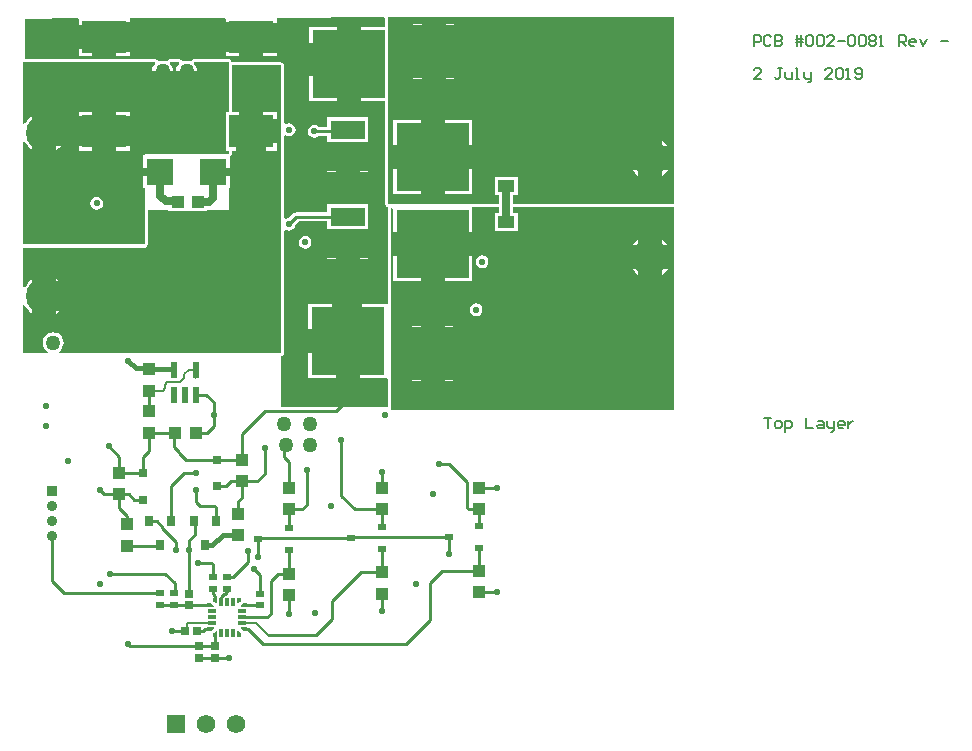
<source format=gtl>
G04*
G04 #@! TF.GenerationSoftware,Altium Limited,Altium Designer,19.0.10 (269)*
G04*
G04 Layer_Physical_Order=1*
G04 Layer_Color=255*
%FSLAX23Y23*%
%MOIN*%
G70*
G01*
G75*
%ADD14C,0.007*%
%ADD16C,0.008*%
%ADD18R,0.031X0.031*%
%ADD19R,0.055X0.041*%
%ADD20R,0.031X0.035*%
%ADD21R,0.091X0.091*%
%ADD22R,0.043X0.039*%
%ADD23R,0.150X0.110*%
%ADD24R,0.118X0.063*%
%ADD25R,0.244X0.228*%
%ADD26R,0.043X0.043*%
%ADD27R,0.026X0.022*%
%ADD28R,0.028X0.024*%
%ADD29R,0.043X0.043*%
%ADD30R,0.028X0.028*%
%ADD31R,0.028X0.028*%
%ADD32R,0.012X0.012*%
%ADD33R,0.028X0.012*%
%ADD34R,0.012X0.012*%
%ADD35R,0.012X0.028*%
%ADD36R,0.022X0.057*%
%ADD37R,0.022X0.057*%
%ADD63C,0.010*%
%ADD64C,0.100*%
%ADD65C,0.015*%
%ADD66C,0.025*%
%ADD67C,0.050*%
%ADD68C,0.120*%
%ADD69C,0.062*%
%ADD70R,0.062X0.062*%
%ADD71R,0.035X0.035*%
%ADD72C,0.035*%
%ADD73C,0.022*%
%ADD74C,0.050*%
G36*
X1197Y2511D02*
Y2484D01*
X1115D01*
Y2360D01*
Y2236D01*
X1197D01*
Y1891D01*
X1198Y1888D01*
X1200Y1884D01*
X1203Y1882D01*
X1205Y1882D01*
X1205Y1882D01*
X1205Y1880D01*
X1205Y1879D01*
Y1564D01*
X1204Y1559D01*
X1200Y1559D01*
X1112D01*
Y1435D01*
Y1311D01*
X1200D01*
X1204Y1311D01*
X1205Y1306D01*
Y1216D01*
X850D01*
Y1385D01*
X854Y1386D01*
X857Y1388D01*
X859Y1391D01*
X860Y1395D01*
Y1804D01*
X865Y1807D01*
X868Y1805D01*
X876Y1804D01*
X884Y1805D01*
X891Y1810D01*
X896Y1817D01*
X898Y1825D01*
X908Y1835D01*
X1003D01*
Y1809D01*
X1141D01*
Y1891D01*
X1003D01*
Y1865D01*
X901D01*
X895Y1864D01*
X890Y1861D01*
X876Y1846D01*
X868Y1845D01*
X865Y1843D01*
X860Y1846D01*
Y2119D01*
X865Y2122D01*
X868Y2120D01*
X876Y2119D01*
X884Y2120D01*
X891Y2125D01*
X896Y2132D01*
X898Y2140D01*
X896Y2148D01*
X891Y2155D01*
X884Y2160D01*
X876Y2161D01*
X868Y2160D01*
X865Y2158D01*
X860Y2161D01*
Y2355D01*
X859Y2359D01*
X857Y2362D01*
X854Y2364D01*
X850Y2365D01*
Y2366D01*
X685D01*
X684Y2369D01*
X682Y2373D01*
X679Y2375D01*
X675Y2376D01*
X560D01*
X560Y2376D01*
X560Y2376D01*
X558Y2375D01*
X557Y2375D01*
X556Y2375D01*
X556Y2375D01*
X555Y2374D01*
X553Y2373D01*
X553Y2373D01*
X553Y2372D01*
X552Y2371D01*
X551Y2369D01*
X546Y2368D01*
X544Y2369D01*
X535Y2370D01*
X526Y2369D01*
X524Y2368D01*
X519Y2369D01*
X518Y2371D01*
X517Y2372D01*
X517Y2373D01*
X517Y2373D01*
X515Y2374D01*
X514Y2375D01*
X514Y2375D01*
X513Y2375D01*
X512Y2375D01*
X510Y2376D01*
X510Y2376D01*
X510Y2376D01*
X480D01*
X480Y2376D01*
X480Y2376D01*
X478Y2375D01*
X477Y2375D01*
X476Y2375D01*
X476Y2375D01*
X475Y2374D01*
X473Y2373D01*
X473Y2373D01*
X473Y2372D01*
X472Y2371D01*
X471Y2369D01*
X466Y2368D01*
X464Y2369D01*
X455Y2370D01*
X446Y2369D01*
X444Y2368D01*
X439Y2369D01*
X438Y2371D01*
X437Y2372D01*
X437Y2373D01*
X437Y2373D01*
X435Y2374D01*
X434Y2375D01*
X434Y2375D01*
X433Y2375D01*
X432Y2375D01*
X430Y2376D01*
X430Y2376D01*
X430Y2376D01*
X-5D01*
Y2510D01*
X172Y2511D01*
X175Y2507D01*
Y2490D01*
X260D01*
X345D01*
Y2511D01*
X662Y2513D01*
X665Y2509D01*
Y2490D01*
X750D01*
X835D01*
Y2513D01*
X1193Y2515D01*
X1197Y2511D01*
D02*
G37*
G36*
X675Y2200D02*
X665D01*
Y2070D01*
X675D01*
Y2060D01*
X395D01*
Y2055D01*
X391D01*
Y1945D01*
X395D01*
Y1758D01*
X-10D01*
Y2100D01*
X-9Y2100D01*
X-3Y2099D01*
X2Y2091D01*
X10Y2080D01*
X20Y2072D01*
Y2130D01*
Y2188D01*
X10Y2180D01*
X2Y2169D01*
X-3Y2161D01*
X-9Y2160D01*
X-10Y2160D01*
Y2366D01*
X430D01*
X431Y2361D01*
X430Y2360D01*
X424Y2353D01*
X421Y2344D01*
X420Y2335D01*
X490D01*
X489Y2344D01*
X486Y2353D01*
X480Y2360D01*
X479Y2361D01*
X480Y2366D01*
X510D01*
X511Y2361D01*
X510Y2360D01*
X504Y2353D01*
X501Y2344D01*
X500Y2335D01*
X570D01*
X569Y2344D01*
X566Y2353D01*
X560Y2360D01*
X559Y2361D01*
X560Y2366D01*
X675D01*
Y2200D01*
D02*
G37*
G36*
X2160Y1891D02*
X1623D01*
Y1922D01*
X1638D01*
Y1983D01*
X1562D01*
Y1922D01*
X1577D01*
Y1891D01*
X1207D01*
Y2236D01*
Y2484D01*
Y2515D01*
X2160D01*
Y1891D01*
D02*
G37*
G36*
X850Y1395D02*
X110Y1395D01*
X109Y1397D01*
X108Y1400D01*
X115Y1405D01*
X121Y1412D01*
X124Y1421D01*
X125Y1430D01*
X124Y1439D01*
X121Y1448D01*
X115Y1455D01*
X108Y1461D01*
X99Y1464D01*
X90Y1465D01*
X81Y1464D01*
X72Y1461D01*
X65Y1455D01*
X59Y1448D01*
X56Y1439D01*
X55Y1430D01*
X56Y1421D01*
X59Y1412D01*
X65Y1405D01*
X72Y1400D01*
X71Y1397D01*
X70Y1395D01*
X-10D01*
Y1555D01*
X-9Y1555D01*
X-3Y1554D01*
X2Y1546D01*
X10Y1535D01*
X20Y1527D01*
Y1585D01*
Y1643D01*
X10Y1635D01*
X2Y1624D01*
X-3Y1616D01*
X-9Y1615D01*
X-10Y1615D01*
Y1747D01*
X395D01*
X399Y1748D01*
X402Y1750D01*
X404Y1754D01*
X405Y1758D01*
Y1874D01*
X473D01*
Y1870D01*
X537D01*
Y1870D01*
X540D01*
Y1870D01*
X604D01*
Y1874D01*
X675D01*
Y1945D01*
X679D01*
Y2051D01*
X682Y2053D01*
X684Y2056D01*
X685Y2060D01*
Y2070D01*
X710D01*
Y2135D01*
Y2200D01*
X685D01*
Y2355D01*
X850D01*
Y1395D01*
D02*
G37*
G36*
X2160Y1205D02*
X1215D01*
Y1879D01*
X1219Y1880D01*
X1223Y1876D01*
Y1800D01*
X1355D01*
X1487D01*
Y1881D01*
X1577D01*
Y1863D01*
X1562D01*
Y1802D01*
X1638D01*
Y1863D01*
X1623D01*
Y1881D01*
X2160D01*
Y1205D01*
D02*
G37*
G36*
X707Y561D02*
X703D01*
Y568D01*
X715D01*
X707Y561D01*
D02*
G37*
G36*
X637D02*
X633D01*
X625Y568D01*
X637D01*
Y561D01*
D02*
G37*
G36*
X723Y549D02*
X715D01*
Y553D01*
X723Y561D01*
Y549D01*
D02*
G37*
G36*
X625Y553D02*
Y549D01*
X617D01*
Y561D01*
X625Y553D01*
D02*
G37*
G36*
X723Y470D02*
X715Y478D01*
Y482D01*
X723D01*
Y470D01*
D02*
G37*
G36*
X625Y478D02*
X617Y470D01*
Y482D01*
X625D01*
Y478D01*
D02*
G37*
G36*
X715Y462D02*
X703D01*
Y470D01*
X707D01*
X715Y462D01*
D02*
G37*
G36*
X637D02*
X625D01*
X633Y470D01*
X637D01*
Y462D01*
D02*
G37*
%LPC*%
G36*
X1035Y2484D02*
X943D01*
Y2400D01*
X1035D01*
Y2484D01*
D02*
G37*
G36*
X835Y2410D02*
X790D01*
Y2385D01*
X835D01*
Y2410D01*
D02*
G37*
G36*
X710D02*
X665D01*
Y2385D01*
X710D01*
Y2410D01*
D02*
G37*
G36*
X345D02*
X300D01*
Y2385D01*
X345D01*
Y2410D01*
D02*
G37*
G36*
X220D02*
X175D01*
Y2385D01*
X220D01*
Y2410D01*
D02*
G37*
G36*
X1035Y2320D02*
X943D01*
Y2236D01*
X1035D01*
Y2320D01*
D02*
G37*
G36*
X1141Y2181D02*
X1003D01*
Y2150D01*
X975D01*
X968Y2155D01*
X960Y2156D01*
X952Y2155D01*
X945Y2150D01*
X940Y2143D01*
X939Y2135D01*
X940Y2127D01*
X945Y2120D01*
X952Y2115D01*
X960Y2114D01*
X968Y2115D01*
X975Y2120D01*
X1003D01*
Y2099D01*
X1141D01*
Y2181D01*
D02*
G37*
G36*
Y2001D02*
X1112D01*
Y2000D01*
X1141D01*
Y2001D01*
D02*
G37*
G36*
X1032D02*
X1003D01*
Y2000D01*
X1032D01*
Y2001D01*
D02*
G37*
G36*
X1141Y1920D02*
X1112D01*
Y1919D01*
X1141D01*
Y1920D01*
D02*
G37*
G36*
X1032D02*
X1003D01*
Y1919D01*
X1032D01*
Y1920D01*
D02*
G37*
G36*
X930Y1786D02*
X922Y1785D01*
X915Y1780D01*
X910Y1773D01*
X909Y1765D01*
X910Y1757D01*
X915Y1750D01*
X922Y1745D01*
X930Y1744D01*
X938Y1745D01*
X945Y1750D01*
X950Y1757D01*
X951Y1765D01*
X950Y1773D01*
X945Y1780D01*
X938Y1785D01*
X930Y1786D01*
D02*
G37*
G36*
X1141Y1711D02*
X1112D01*
Y1710D01*
X1141D01*
Y1711D01*
D02*
G37*
G36*
X1032D02*
X1003D01*
Y1710D01*
X1032D01*
Y1711D01*
D02*
G37*
G36*
X1141Y1630D02*
X1112D01*
Y1629D01*
X1141D01*
Y1630D01*
D02*
G37*
G36*
X1032D02*
X1003D01*
Y1629D01*
X1032D01*
Y1630D01*
D02*
G37*
G36*
Y1559D02*
X940D01*
Y1475D01*
X1032D01*
Y1559D01*
D02*
G37*
G36*
Y1395D02*
X940D01*
Y1311D01*
X1032D01*
Y1395D01*
D02*
G37*
G36*
X345Y2200D02*
X300D01*
Y2175D01*
X345D01*
Y2200D01*
D02*
G37*
G36*
X220D02*
X175D01*
Y2175D01*
X220D01*
Y2200D01*
D02*
G37*
G36*
X100Y2188D02*
Y2170D01*
X118D01*
X110Y2180D01*
X100Y2188D01*
D02*
G37*
G36*
X118Y2090D02*
X100D01*
Y2072D01*
X110Y2080D01*
X118Y2090D01*
D02*
G37*
G36*
X345Y2095D02*
X300D01*
Y2070D01*
X345D01*
Y2095D01*
D02*
G37*
G36*
X220D02*
X175D01*
Y2070D01*
X220D01*
Y2095D01*
D02*
G37*
G36*
X235Y1916D02*
X227Y1915D01*
X220Y1910D01*
X215Y1903D01*
X214Y1895D01*
X215Y1887D01*
X220Y1880D01*
X227Y1875D01*
X235Y1874D01*
X243Y1875D01*
X250Y1880D01*
X255Y1887D01*
X256Y1895D01*
X255Y1903D01*
X250Y1910D01*
X243Y1915D01*
X235Y1916D01*
D02*
G37*
G36*
X1427Y2491D02*
X1398D01*
Y2490D01*
X1427D01*
Y2491D01*
D02*
G37*
G36*
X1318D02*
X1289D01*
Y2490D01*
X1318D01*
Y2491D01*
D02*
G37*
G36*
X1427Y2410D02*
X1398D01*
Y2409D01*
X1427D01*
Y2410D01*
D02*
G37*
G36*
X1318D02*
X1289D01*
Y2409D01*
X1318D01*
Y2410D01*
D02*
G37*
G36*
X1427Y2311D02*
X1398D01*
Y2310D01*
X1427D01*
Y2311D01*
D02*
G37*
G36*
X1318D02*
X1289D01*
Y2310D01*
X1318D01*
Y2311D01*
D02*
G37*
G36*
X1427Y2230D02*
X1398D01*
Y2229D01*
X1427D01*
Y2230D01*
D02*
G37*
G36*
X1318D02*
X1289D01*
Y2229D01*
X1318D01*
Y2230D01*
D02*
G37*
G36*
X1487Y2174D02*
X1395D01*
Y2090D01*
X1487D01*
Y2174D01*
D02*
G37*
G36*
X1315D02*
X1223D01*
Y2090D01*
X1315D01*
Y2174D01*
D02*
G37*
G36*
X2120Y2103D02*
Y2085D01*
X2138D01*
X2130Y2095D01*
X2120Y2103D01*
D02*
G37*
G36*
X2040D02*
X2030Y2095D01*
X2022Y2085D01*
X2040D01*
Y2103D01*
D02*
G37*
G36*
X2138Y2005D02*
X2120D01*
Y1987D01*
X2130Y1995D01*
X2138Y2005D01*
D02*
G37*
G36*
X2040D02*
X2022D01*
X2030Y1995D01*
X2040Y1987D01*
Y2005D01*
D02*
G37*
G36*
X1487Y2010D02*
X1395D01*
Y1926D01*
X1487D01*
Y2010D01*
D02*
G37*
G36*
X1315D02*
X1223D01*
Y1926D01*
X1315D01*
Y2010D01*
D02*
G37*
G36*
X835Y2200D02*
X790D01*
Y2175D01*
X835D01*
Y2200D01*
D02*
G37*
G36*
Y2095D02*
X790D01*
Y2070D01*
X835D01*
Y2095D01*
D02*
G37*
G36*
X100Y1643D02*
Y1625D01*
X118D01*
X110Y1635D01*
X100Y1643D01*
D02*
G37*
G36*
X118Y1545D02*
X100D01*
Y1527D01*
X110Y1535D01*
X118Y1545D01*
D02*
G37*
G36*
X2120Y1773D02*
Y1755D01*
X2138D01*
X2130Y1765D01*
X2120Y1773D01*
D02*
G37*
G36*
X2040D02*
X2030Y1765D01*
X2022Y1755D01*
X2040D01*
Y1773D01*
D02*
G37*
G36*
X1520Y1721D02*
X1512Y1720D01*
X1505Y1715D01*
X1500Y1708D01*
X1499Y1700D01*
X1500Y1692D01*
X1505Y1685D01*
X1512Y1680D01*
X1520Y1679D01*
X1528Y1680D01*
X1535Y1685D01*
X1540Y1692D01*
X1541Y1700D01*
X1540Y1708D01*
X1535Y1715D01*
X1528Y1720D01*
X1520Y1721D01*
D02*
G37*
G36*
X2138Y1675D02*
X2120D01*
Y1657D01*
X2130Y1665D01*
X2138Y1675D01*
D02*
G37*
G36*
X2040D02*
X2022D01*
X2030Y1665D01*
X2040Y1657D01*
Y1675D01*
D02*
G37*
G36*
X1487Y1720D02*
X1395D01*
Y1636D01*
X1487D01*
Y1720D01*
D02*
G37*
G36*
X1315D02*
X1223D01*
Y1636D01*
X1315D01*
Y1720D01*
D02*
G37*
G36*
X1424Y1566D02*
X1395D01*
Y1565D01*
X1424D01*
Y1566D01*
D02*
G37*
G36*
X1315D02*
X1286D01*
Y1565D01*
X1315D01*
Y1566D01*
D02*
G37*
G36*
X1500Y1561D02*
X1492Y1560D01*
X1485Y1555D01*
X1480Y1548D01*
X1479Y1540D01*
X1480Y1532D01*
X1485Y1525D01*
X1492Y1520D01*
X1500Y1519D01*
X1508Y1520D01*
X1515Y1525D01*
X1520Y1532D01*
X1521Y1540D01*
X1520Y1548D01*
X1515Y1555D01*
X1508Y1560D01*
X1500Y1561D01*
D02*
G37*
G36*
X1424Y1485D02*
X1395D01*
Y1484D01*
X1424D01*
Y1485D01*
D02*
G37*
G36*
X1315D02*
X1286D01*
Y1484D01*
X1315D01*
Y1485D01*
D02*
G37*
G36*
X1424Y1386D02*
X1395D01*
Y1385D01*
X1424D01*
Y1386D01*
D02*
G37*
G36*
X1315D02*
X1286D01*
Y1385D01*
X1315D01*
Y1386D01*
D02*
G37*
G36*
X1424Y1305D02*
X1395D01*
Y1304D01*
X1424D01*
Y1305D01*
D02*
G37*
G36*
X1315D02*
X1286D01*
Y1304D01*
X1315D01*
Y1305D01*
D02*
G37*
%LPD*%
D14*
X535Y468D02*
Y496D01*
X526Y1312D02*
Y1325D01*
X765Y495D02*
X805Y455D01*
X722Y495D02*
X765D01*
X535Y496D02*
X619D01*
X721D02*
X722Y495D01*
X455Y1270D02*
X462Y1278D01*
X512Y1298D02*
X526Y1312D01*
X462Y1278D02*
Y1290D01*
X470Y1298D02*
X512D01*
X462Y1290D02*
X470Y1298D01*
X410Y1270D02*
X455D01*
X526Y1325D02*
X542Y1340D01*
X567D01*
D16*
X2460Y1180D02*
X2483D01*
X2472D01*
Y1145D01*
X2501D02*
X2512D01*
X2518Y1151D01*
Y1162D01*
X2512Y1168D01*
X2501D01*
X2495Y1162D01*
Y1151D01*
X2501Y1145D01*
X2530Y1133D02*
Y1168D01*
X2547D01*
X2553Y1162D01*
Y1151D01*
X2547Y1145D01*
X2530D01*
X2600Y1180D02*
Y1145D01*
X2623D01*
X2641Y1168D02*
X2652D01*
X2658Y1162D01*
Y1145D01*
X2641D01*
X2635Y1151D01*
X2641Y1157D01*
X2658D01*
X2670Y1168D02*
Y1151D01*
X2676Y1145D01*
X2693D01*
Y1139D01*
X2687Y1133D01*
X2682D01*
X2693Y1145D02*
Y1168D01*
X2722Y1145D02*
X2711D01*
X2705Y1151D01*
Y1162D01*
X2711Y1168D01*
X2722D01*
X2728Y1162D01*
Y1157D01*
X2705D01*
X2740Y1168D02*
Y1145D01*
Y1157D01*
X2746Y1162D01*
X2752Y1168D01*
X2757D01*
X2448Y2310D02*
X2425D01*
X2448Y2333D01*
Y2339D01*
X2442Y2345D01*
X2431D01*
X2425Y2339D01*
X2518Y2345D02*
X2507D01*
X2512D01*
Y2316D01*
X2507Y2310D01*
X2501D01*
X2495Y2316D01*
X2530Y2333D02*
Y2316D01*
X2536Y2310D01*
X2553D01*
Y2333D01*
X2565Y2310D02*
X2577D01*
X2571D01*
Y2345D01*
X2565D01*
X2594Y2333D02*
Y2316D01*
X2600Y2310D01*
X2617D01*
Y2304D01*
X2612Y2298D01*
X2606D01*
X2617Y2310D02*
Y2333D01*
X2687Y2310D02*
X2664D01*
X2687Y2333D01*
Y2339D01*
X2682Y2345D01*
X2670D01*
X2664Y2339D01*
X2699D02*
X2705Y2345D01*
X2717D01*
X2722Y2339D01*
Y2316D01*
X2717Y2310D01*
X2705D01*
X2699Y2316D01*
Y2339D01*
X2734Y2310D02*
X2746D01*
X2740D01*
Y2345D01*
X2734Y2339D01*
X2763Y2316D02*
X2769Y2310D01*
X2781D01*
X2787Y2316D01*
Y2339D01*
X2781Y2345D01*
X2769D01*
X2763Y2339D01*
Y2333D01*
X2769Y2327D01*
X2787D01*
X2425Y2420D02*
Y2455D01*
X2442D01*
X2448Y2449D01*
Y2437D01*
X2442Y2432D01*
X2425D01*
X2483Y2449D02*
X2477Y2455D01*
X2466D01*
X2460Y2449D01*
Y2426D01*
X2466Y2420D01*
X2477D01*
X2483Y2426D01*
X2495Y2455D02*
Y2420D01*
X2512D01*
X2518Y2426D01*
Y2432D01*
X2512Y2437D01*
X2495D01*
X2512D01*
X2518Y2443D01*
Y2449D01*
X2512Y2455D01*
X2495D01*
X2571Y2420D02*
Y2455D01*
X2582D02*
Y2420D01*
X2565Y2443D02*
X2582D01*
X2588D01*
X2565Y2432D02*
X2588D01*
X2600Y2449D02*
X2606Y2455D01*
X2617D01*
X2623Y2449D01*
Y2426D01*
X2617Y2420D01*
X2606D01*
X2600Y2426D01*
Y2449D01*
X2635D02*
X2641Y2455D01*
X2652D01*
X2658Y2449D01*
Y2426D01*
X2652Y2420D01*
X2641D01*
X2635Y2426D01*
Y2449D01*
X2693Y2420D02*
X2670D01*
X2693Y2443D01*
Y2449D01*
X2687Y2455D01*
X2676D01*
X2670Y2449D01*
X2705Y2437D02*
X2728D01*
X2740Y2449D02*
X2746Y2455D01*
X2757D01*
X2763Y2449D01*
Y2426D01*
X2757Y2420D01*
X2746D01*
X2740Y2426D01*
Y2449D01*
X2775D02*
X2781Y2455D01*
X2792D01*
X2798Y2449D01*
Y2426D01*
X2792Y2420D01*
X2781D01*
X2775Y2426D01*
Y2449D01*
X2810D02*
X2816Y2455D01*
X2827D01*
X2833Y2449D01*
Y2443D01*
X2827Y2437D01*
X2833Y2432D01*
Y2426D01*
X2827Y2420D01*
X2816D01*
X2810Y2426D01*
Y2432D01*
X2816Y2437D01*
X2810Y2443D01*
Y2449D01*
X2816Y2437D02*
X2827D01*
X2845Y2420D02*
X2857D01*
X2851D01*
Y2455D01*
X2845Y2449D01*
X2909Y2420D02*
Y2455D01*
X2927D01*
X2932Y2449D01*
Y2437D01*
X2927Y2432D01*
X2909D01*
X2921D02*
X2932Y2420D01*
X2961D02*
X2950D01*
X2944Y2426D01*
Y2437D01*
X2950Y2443D01*
X2961D01*
X2967Y2437D01*
Y2432D01*
X2944D01*
X2979Y2443D02*
X2991Y2420D01*
X3002Y2443D01*
X3049Y2437D02*
X3072D01*
D18*
X390Y907D02*
D03*
Y995D02*
D03*
X635Y951D02*
D03*
Y1040D02*
D03*
D19*
X1600Y1832D02*
D03*
Y1758D02*
D03*
Y2027D02*
D03*
Y1953D02*
D03*
D20*
X634Y835D02*
D03*
X560D02*
D03*
X597Y756D02*
D03*
X484Y835D02*
D03*
X410D02*
D03*
X447Y756D02*
D03*
D21*
X447Y2000D02*
D03*
X624D02*
D03*
D22*
X505Y1900D02*
D03*
X572D02*
D03*
D23*
X750Y2450D02*
D03*
Y2135D02*
D03*
X260Y2450D02*
D03*
Y2135D02*
D03*
D24*
X1358Y2270D02*
D03*
Y2450D02*
D03*
X1355Y1345D02*
D03*
Y1525D02*
D03*
X1072Y2140D02*
D03*
Y1960D02*
D03*
Y1850D02*
D03*
Y1670D02*
D03*
D25*
X1075Y2360D02*
D03*
X1072Y1435D02*
D03*
X1355Y2050D02*
D03*
Y1760D02*
D03*
D26*
X495Y1130D02*
D03*
X565D02*
D03*
D27*
X670Y650D02*
D03*
Y610D02*
D03*
X624Y650D02*
D03*
Y610D02*
D03*
X445Y555D02*
D03*
Y595D02*
D03*
X494Y555D02*
D03*
Y595D02*
D03*
X780Y555D02*
D03*
Y594D02*
D03*
D28*
X876Y738D02*
D03*
Y813D02*
D03*
X774Y775D02*
D03*
X1409Y782D02*
D03*
X1511Y820D02*
D03*
Y745D02*
D03*
X1084Y780D02*
D03*
X1186Y817D02*
D03*
Y743D02*
D03*
D29*
X705Y790D02*
D03*
Y860D02*
D03*
X720Y1040D02*
D03*
Y969D02*
D03*
X1511Y875D02*
D03*
Y945D02*
D03*
X1511Y670D02*
D03*
Y600D02*
D03*
X310Y995D02*
D03*
Y925D02*
D03*
X335Y825D02*
D03*
Y754D02*
D03*
X876Y660D02*
D03*
Y590D02*
D03*
X876Y875D02*
D03*
Y945D02*
D03*
X1185Y665D02*
D03*
Y594D02*
D03*
X1186Y875D02*
D03*
Y945D02*
D03*
X410Y1270D02*
D03*
Y1341D02*
D03*
X410Y1130D02*
D03*
Y1201D02*
D03*
D30*
X544Y594D02*
D03*
Y555D02*
D03*
X575Y380D02*
D03*
Y420D02*
D03*
X630Y380D02*
D03*
Y420D02*
D03*
D31*
X530Y468D02*
D03*
X570D02*
D03*
D32*
X611Y555D02*
D03*
Y476D02*
D03*
X729D02*
D03*
Y555D02*
D03*
D33*
X619Y535D02*
D03*
Y515D02*
D03*
Y496D02*
D03*
X721D02*
D03*
Y515D02*
D03*
Y535D02*
D03*
D34*
X631Y456D02*
D03*
X709D02*
D03*
Y574D02*
D03*
X631D02*
D03*
D35*
X650Y464D02*
D03*
X670D02*
D03*
X690D02*
D03*
Y566D02*
D03*
X670D02*
D03*
X650D02*
D03*
D36*
X567Y1340D02*
D03*
Y1255D02*
D03*
X493Y1340D02*
D03*
X530Y1255D02*
D03*
D37*
X493Y1255D02*
D03*
D63*
X572Y695D02*
X590D01*
X572D02*
X618D01*
X690Y650D02*
X739Y699D01*
X670Y650D02*
X690D01*
X760Y675D02*
X780Y655D01*
X739Y699D02*
Y737D01*
X310Y879D02*
Y925D01*
X1185Y535D02*
Y594D01*
X876Y1825D02*
X901Y1850D01*
X1072D01*
X795Y994D02*
Y1080D01*
X770Y969D02*
X795Y994D01*
X720Y969D02*
X770D01*
X860Y1049D02*
Y1090D01*
X935Y890D02*
Y1005D01*
X1050Y920D02*
Y1105D01*
Y920D02*
X1095Y875D01*
X275Y1085D02*
X310Y1050D01*
Y995D02*
Y1050D01*
X635Y380D02*
X675D01*
X630Y386D02*
X635Y380D01*
X486Y469D02*
X534D01*
X625Y1153D02*
Y1231D01*
X602Y1130D02*
X625Y1153D01*
X245Y940D02*
X260Y925D01*
X310D01*
X600Y1255D02*
X625Y1231D01*
X544Y772D02*
X562Y790D01*
X544Y594D02*
Y739D01*
Y772D01*
X668Y605D02*
X670D01*
X664Y592D02*
X670Y598D01*
X659Y592D02*
X664D01*
X651Y584D02*
X659Y592D01*
X651Y575D02*
Y584D01*
X651Y574D02*
X651Y575D01*
X670Y598D02*
Y610D01*
X670Y610D02*
X670Y610D01*
X623Y606D02*
X624D01*
Y592D02*
Y605D01*
X623Y606D02*
X624Y605D01*
Y592D02*
X631Y585D01*
Y574D02*
Y585D01*
Y574D02*
X631Y574D01*
X618Y695D02*
X624Y689D01*
Y650D02*
Y689D01*
X624Y650D02*
X624Y650D01*
X621Y645D02*
X623D01*
X485Y470D02*
X486Y469D01*
X576Y469D02*
X590D01*
X575Y468D02*
X576Y469D01*
X590D02*
X597Y476D01*
X611D01*
X534Y469D02*
X535Y468D01*
X575D02*
X576Y466D01*
X345Y420D02*
X575D01*
X340Y425D02*
X345Y420D01*
X630Y380D02*
X635D01*
X575D02*
X630D01*
X630Y385D02*
X630Y386D01*
X575Y420D02*
X630D01*
X675Y380D02*
Y380D01*
X463Y660D02*
X495Y628D01*
Y602D02*
Y628D01*
X1185Y947D02*
Y1000D01*
Y947D02*
X1186Y945D01*
X1032Y1201D02*
X1072Y1241D01*
Y1435D01*
X796Y1201D02*
X1032D01*
X720Y1125D02*
X796Y1201D01*
X720Y1040D02*
Y1125D01*
X500Y738D02*
Y765D01*
X454Y811D02*
X500Y765D01*
X454Y811D02*
Y817D01*
X435Y835D02*
X454Y817D01*
X410Y835D02*
X435D01*
X410Y835D02*
X410Y835D01*
X310Y879D02*
X335Y854D01*
Y825D02*
Y854D01*
Y825D02*
X335Y825D01*
X445Y754D02*
X447Y756D01*
X335Y754D02*
X445D01*
X345Y760D02*
X346Y761D01*
X562Y790D02*
Y833D01*
X560Y835D02*
X562Y833D01*
X565Y900D02*
Y940D01*
Y900D02*
X580Y885D01*
X628D01*
X634Y879D01*
Y835D02*
Y879D01*
X484Y954D02*
X525Y995D01*
X565D01*
X484Y835D02*
Y954D01*
X720Y915D02*
Y969D01*
X705Y900D02*
X720Y915D01*
X705Y860D02*
Y900D01*
X680Y966D02*
X683Y969D01*
X680Y966D02*
Y966D01*
X683Y969D02*
X720D01*
X666Y951D02*
X680Y966D01*
X635Y951D02*
X666D01*
X510Y1064D02*
Y1065D01*
Y1064D02*
X534Y1040D01*
X635D01*
X720D01*
X860Y1049D02*
X876Y1032D01*
X729Y476D02*
X739D01*
X280Y660D02*
X463D01*
X494Y1081D02*
X510Y1065D01*
X494Y1081D02*
Y1130D01*
X390Y995D02*
Y1050D01*
X410Y1070D01*
Y1130D01*
X494D01*
X960Y2135D02*
X1067D01*
X1072Y2140D01*
X1511Y600D02*
X1569D01*
X804Y516D02*
X815Y527D01*
X727Y516D02*
X804D01*
X790Y425D02*
X1265D01*
X739Y476D02*
X790Y425D01*
X805Y455D02*
X965D01*
X876Y525D02*
Y590D01*
X1512Y945D02*
X1569D01*
X1511Y945D02*
X1512Y945D01*
X1095Y875D02*
X1186D01*
X1186Y875D01*
X342Y925D02*
X359Y907D01*
X310Y925D02*
X342D01*
X125Y595D02*
X445D01*
Y555D02*
X445Y555D01*
X502D01*
X503Y555D01*
X544D01*
X544Y555D01*
X575D02*
X575Y555D01*
X544Y555D02*
X575D01*
X575Y555D02*
X611D01*
X1375Y1025D02*
X1410D01*
X1470Y965D01*
Y880D02*
Y965D01*
Y880D02*
X1476Y875D01*
X1511D01*
X1507Y870D02*
X1511Y875D01*
X610Y475D02*
X611Y476D01*
X815Y527D02*
Y635D01*
X726Y515D02*
X727Y516D01*
X965Y455D02*
X1020Y510D01*
X1265Y425D02*
X1345Y505D01*
X876Y945D02*
Y1032D01*
X1345Y505D02*
Y630D01*
X1385Y670D01*
X310Y995D02*
X390D01*
X567Y1255D02*
X600D01*
X562Y1316D02*
X567Y1322D01*
Y1340D01*
X565Y1130D02*
X602D01*
X780Y594D02*
Y655D01*
X780Y594D02*
X780Y594D01*
X85Y635D02*
X125Y595D01*
X85Y635D02*
Y785D01*
X1409Y726D02*
X1410Y725D01*
X1409Y726D02*
Y782D01*
X1409Y782D02*
X1409Y782D01*
X1115Y665D02*
X1185D01*
X1020Y570D02*
X1115Y665D01*
X1020Y510D02*
Y570D01*
X1385Y670D02*
X1511D01*
X1185Y665D02*
X1185Y665D01*
X840Y660D02*
X876D01*
X876Y660D01*
X815Y635D02*
X840Y660D01*
X920Y875D02*
X935Y890D01*
X876Y875D02*
X920D01*
X359Y907D02*
X390D01*
X1408Y781D02*
X1409Y782D01*
X1085Y781D02*
X1408D01*
X1084Y780D02*
X1085Y781D01*
X1081Y778D02*
X1084Y780D01*
X776Y778D02*
X1081D01*
X774Y775D02*
X776Y778D01*
X774Y715D02*
Y775D01*
X1511Y670D02*
Y745D01*
X1185Y665D02*
X1186Y666D01*
Y743D01*
X876Y660D02*
Y738D01*
Y813D02*
Y875D01*
X876Y875D02*
X876Y875D01*
X1186Y817D02*
Y863D01*
X1185Y865D02*
X1186Y863D01*
X1511Y820D02*
Y865D01*
X1511Y865D02*
X1511Y865D01*
X630Y425D02*
Y456D01*
X631Y456D01*
X729Y555D02*
X780D01*
X410Y1201D02*
X410Y1201D01*
Y1270D01*
D64*
X60Y1585D02*
X352D01*
X442Y1495D01*
X420Y1530D02*
X710D01*
X750Y1570D01*
Y2020D01*
X442Y1495D02*
X602D01*
X750Y2020D02*
Y2135D01*
X400D02*
X495Y2230D01*
X65Y2135D02*
X260D01*
X60Y2130D02*
X65Y2135D01*
X260D02*
X400D01*
X495Y2230D02*
Y2230D01*
X260Y2450D02*
X750D01*
X1070Y1437D02*
Y1635D01*
Y1437D02*
X1072Y1435D01*
X920Y2380D02*
X1055D01*
X1075Y2360D01*
X855Y2445D02*
X920Y2380D01*
X755Y2445D02*
X855D01*
X750Y2450D02*
X755Y2445D01*
D65*
X340Y1370D02*
X365Y1345D01*
X340Y1370D02*
Y1370D01*
X365Y1345D02*
X406D01*
X410Y1341D01*
X597Y756D02*
X621D01*
X655Y790D01*
X705D01*
X410Y1341D02*
X491D01*
X493Y1340D01*
D66*
X730Y2000D02*
X750Y2020D01*
X260Y2040D02*
Y2135D01*
Y2040D02*
X300Y2000D01*
X624D02*
X730D01*
X300D02*
X447D01*
X610Y1900D02*
X624Y1914D01*
X572Y1900D02*
X610D01*
X624Y1914D02*
Y2000D01*
X465Y1902D02*
X503D01*
X505Y1900D01*
X447Y1920D02*
X465Y1902D01*
X447Y1920D02*
Y2000D01*
X1603Y2030D02*
Y2089D01*
X1600Y1832D02*
Y1953D01*
D67*
X1358Y2270D02*
Y2450D01*
X1355Y1345D02*
Y1525D01*
Y1345D02*
X1520D01*
X1358Y2053D02*
Y2270D01*
X1603Y2089D02*
X2015D01*
X1559D02*
X1603D01*
X1510Y2040D02*
X1559Y2089D01*
X1365Y2040D02*
X1510D01*
X2015Y2089D02*
X2045Y2058D01*
X2048D01*
X2069Y2037D01*
Y2034D02*
Y2037D01*
X1355Y2050D02*
X1365Y2040D01*
X1520Y1345D02*
X1600Y1425D01*
Y1758D01*
X1785Y1715D02*
X2029D01*
X2053Y1691D01*
Y1688D02*
Y1691D01*
X1742Y1758D02*
X1785Y1715D01*
X1600Y1758D02*
X1742D01*
X1598Y1760D02*
X1600Y1758D01*
X1355Y1760D02*
X1598D01*
X1355Y2050D02*
X1358Y2053D01*
D68*
X60Y2130D02*
D03*
Y1585D02*
D03*
X2080Y1715D02*
D03*
Y2045D02*
D03*
D69*
X700Y160D02*
D03*
X600D02*
D03*
D70*
X500D02*
D03*
D71*
X85Y935D02*
D03*
D72*
Y885D02*
D03*
Y835D02*
D03*
Y785D02*
D03*
D73*
X572Y695D02*
D03*
X760Y675D02*
D03*
X964Y530D02*
D03*
X1300Y625D02*
D03*
X876Y1825D02*
D03*
X930Y1765D02*
D03*
X876Y2140D02*
D03*
X65Y1218D02*
D03*
X795Y1080D02*
D03*
X935Y1005D02*
D03*
X1050Y1105D02*
D03*
X275Y1085D02*
D03*
X340Y1370D02*
D03*
X235Y1895D02*
D03*
X625Y1188D02*
D03*
X65Y1153D02*
D03*
X245Y625D02*
D03*
X544Y739D02*
D03*
X739Y737D02*
D03*
X485Y470D02*
D03*
X675Y380D02*
D03*
X1185Y1000D02*
D03*
X500Y738D02*
D03*
X565Y995D02*
D03*
X565Y940D02*
D03*
X140Y1035D02*
D03*
X280Y660D02*
D03*
X1195Y1190D02*
D03*
X960Y2135D02*
D03*
X1569Y600D02*
D03*
X1015Y885D02*
D03*
X245Y940D02*
D03*
X340Y425D02*
D03*
X1355Y925D02*
D03*
X876Y525D02*
D03*
X1185Y535D02*
D03*
X1569Y945D02*
D03*
X1520Y1700D02*
D03*
X1500Y1540D02*
D03*
X1410Y725D02*
D03*
X1375Y1025D02*
D03*
X774Y715D02*
D03*
D74*
X90Y1430D02*
D03*
X865Y1090D02*
D03*
X860Y1160D02*
D03*
X945Y1090D02*
D03*
Y1160D02*
D03*
X535Y2335D02*
D03*
X455D02*
D03*
X535Y2250D02*
D03*
X455D02*
D03*
M02*

</source>
